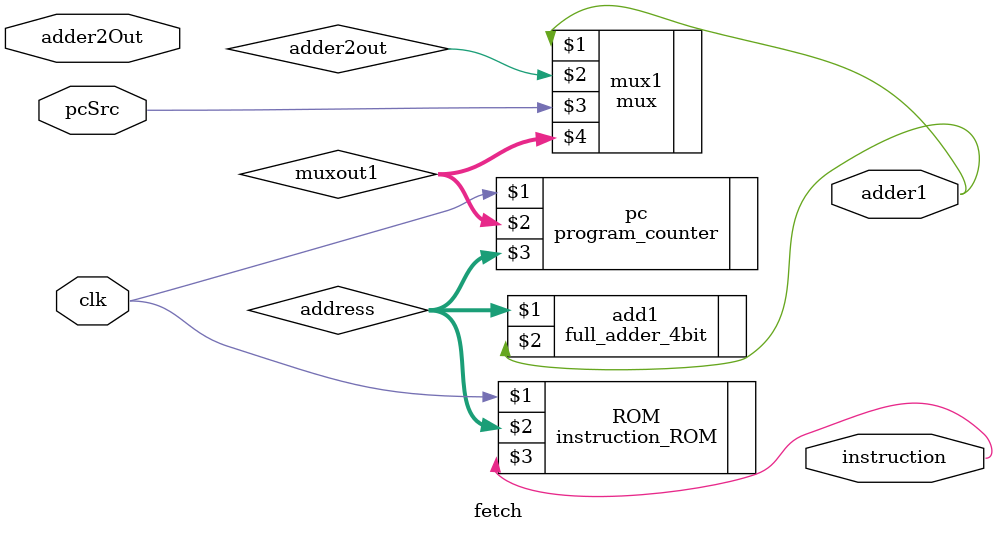
<source format=v>
`timescale 1ns / 1ps
module fetch(input clk, input adder2Out, input pcSrc, output adder1, output instruction
    );
	 wire [15:0] address;
	 wire [15:0] muxout1;
	 wire [15:0] adder1out;
	
	 program_counter pc(clk, muxout1, address);
	 mux mux1(adder1, adder2out, pcSrc, muxout1);
	 full_adder_4bit add1(address, adder1);
	 instruction_ROM ROM(clk, address, instruction);
	 
endmodule

</source>
